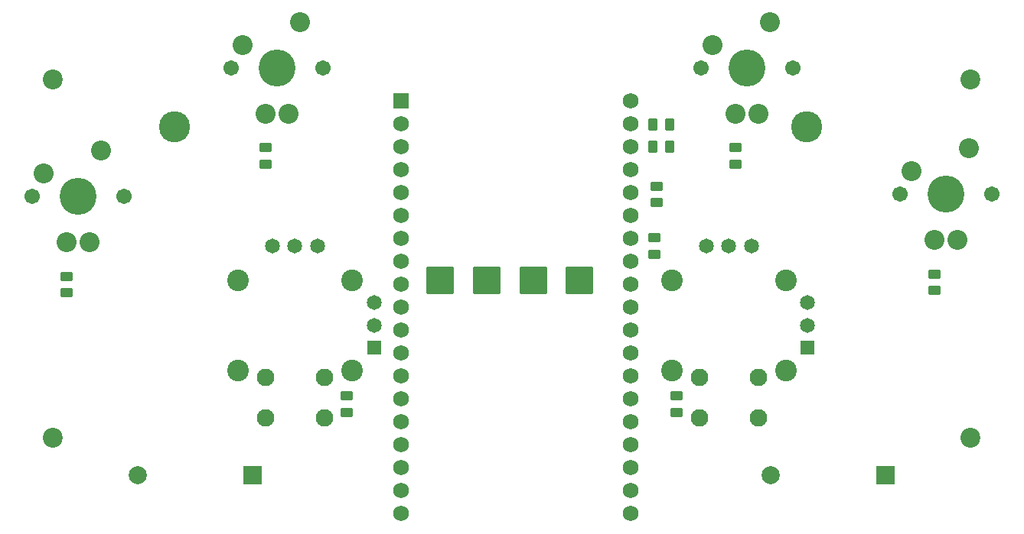
<source format=gts>
%TF.GenerationSoftware,KiCad,Pcbnew,8.0.4*%
%TF.CreationDate,2024-09-15T13:25:14+10:00*%
%TF.ProjectId,SBRcontroller,53425263-6f6e-4747-926f-6c6c65722e6b,rev?*%
%TF.SameCoordinates,PX3d09000PY568bc30*%
%TF.FileFunction,Soldermask,Top*%
%TF.FilePolarity,Negative*%
%FSLAX46Y46*%
G04 Gerber Fmt 4.6, Leading zero omitted, Abs format (unit mm)*
G04 Created by KiCad (PCBNEW 8.0.4) date 2024-09-15 13:25:14*
%MOMM*%
%LPD*%
G01*
G04 APERTURE LIST*
G04 Aperture macros list*
%AMRoundRect*
0 Rectangle with rounded corners*
0 $1 Rounding radius*
0 $2 $3 $4 $5 $6 $7 $8 $9 X,Y pos of 4 corners*
0 Add a 4 corners polygon primitive as box body*
4,1,4,$2,$3,$4,$5,$6,$7,$8,$9,$2,$3,0*
0 Add four circle primitives for the rounded corners*
1,1,$1+$1,$2,$3*
1,1,$1+$1,$4,$5*
1,1,$1+$1,$6,$7*
1,1,$1+$1,$8,$9*
0 Add four rect primitives between the rounded corners*
20,1,$1+$1,$2,$3,$4,$5,0*
20,1,$1+$1,$4,$5,$6,$7,0*
20,1,$1+$1,$6,$7,$8,$9,0*
20,1,$1+$1,$8,$9,$2,$3,0*%
G04 Aperture macros list end*
%ADD10RoundRect,0.250000X-0.450000X0.262500X-0.450000X-0.262500X0.450000X-0.262500X0.450000X0.262500X0*%
%ADD11C,1.706881*%
%ADD12C,4.089400*%
%ADD13C,2.203200*%
%ADD14C,1.950000*%
%ADD15C,2.400000*%
%ADD16R,1.650000X1.650000*%
%ADD17C,1.650000*%
%ADD18RoundRect,0.250000X0.262500X0.450000X-0.262500X0.450000X-0.262500X-0.450000X0.262500X-0.450000X0*%
%ADD19C,2.200000*%
%ADD20RoundRect,0.250000X0.450000X-0.262500X0.450000X0.262500X-0.450000X0.262500X-0.450000X-0.262500X0*%
%ADD21RoundRect,0.102000X-0.765000X-0.765000X0.765000X-0.765000X0.765000X0.765000X-0.765000X0.765000X0*%
%ADD22C,1.734000*%
%ADD23RoundRect,0.249999X-1.300001X1.300001X-1.300001X-1.300001X1.300001X-1.300001X1.300001X1.300001X0*%
%ADD24C,3.450000*%
%ADD25R,2.000000X2.000000*%
%ADD26C,2.000000*%
G04 APERTURE END LIST*
D10*
%TO.C,R9*%
X60750000Y1412500D03*
X60750000Y-412500D03*
%TD*%
D11*
%TO.C,U5*%
X4920000Y10250000D03*
D12*
X10000000Y10250000D03*
D11*
X15080000Y10250000D03*
D13*
X8730000Y5170000D03*
X11270000Y5170000D03*
X6190000Y12790000D03*
X12540000Y15330000D03*
%TD*%
D14*
%TO.C,U1*%
X8750000Y-24000000D03*
X15250000Y-24000000D03*
X8750000Y-28500000D03*
X15250000Y-28500000D03*
D15*
X18325000Y-13250000D03*
X5675000Y-13250000D03*
X5675000Y-23250000D03*
X18325000Y-23250000D03*
D16*
X20730000Y-20750000D03*
D17*
X20730000Y-18250000D03*
X20730000Y-15750000D03*
X14500000Y-9520000D03*
X12000000Y-9520000D03*
X9500000Y-9520000D03*
%TD*%
D14*
%TO.C,U11*%
X56750000Y-24000000D03*
X63250000Y-24000000D03*
X56750000Y-28500000D03*
X63250000Y-28500000D03*
D15*
X66325000Y-13250000D03*
X53675000Y-13250000D03*
X53675000Y-23250000D03*
X66325000Y-23250000D03*
D16*
X68730000Y-20750000D03*
D17*
X68730000Y-18250000D03*
X68730000Y-15750000D03*
X62500000Y-9520000D03*
X60000000Y-9520000D03*
X57500000Y-9520000D03*
%TD*%
D10*
%TO.C,R2*%
X82750000Y-12587500D03*
X82750000Y-14412500D03*
%TD*%
D18*
%TO.C,R5*%
X53412500Y4000000D03*
X51587500Y4000000D03*
%TD*%
D19*
%TO.C,H4*%
X86750000Y-30750000D03*
%TD*%
D10*
%TO.C,R1*%
X-13250000Y-12837500D03*
X-13250000Y-14662500D03*
%TD*%
D19*
%TO.C,H2*%
X-14750000Y-30750000D03*
%TD*%
D10*
%TO.C,R6*%
X52000000Y-2837500D03*
X52000000Y-4662500D03*
%TD*%
D11*
%TO.C,U3*%
X-17080000Y-4000000D03*
D12*
X-12000000Y-4000000D03*
D11*
X-6920000Y-4000000D03*
D13*
X-13270000Y-9080000D03*
X-10730000Y-9080000D03*
X-15810000Y-1460000D03*
X-9460000Y1080000D03*
%TD*%
D10*
%TO.C,R8*%
X51750000Y-8587500D03*
X51750000Y-10412500D03*
%TD*%
D20*
%TO.C,R14*%
X54250000Y-27912500D03*
X54250000Y-26087500D03*
%TD*%
D21*
%TO.C,U7*%
X23750000Y6600000D03*
D22*
X23750000Y4060000D03*
X23750000Y1520000D03*
X23750000Y-1020000D03*
X23750000Y-3560000D03*
X23750000Y-6100000D03*
X23750000Y-8640000D03*
X23750000Y-11180000D03*
X23750000Y-13720000D03*
X23750000Y-16260000D03*
X23750000Y-18800000D03*
X23750000Y-21340000D03*
X23750000Y-23880000D03*
X23750000Y-26420000D03*
X23750000Y-28960000D03*
X23750000Y-31500000D03*
X23750000Y-34040000D03*
X23750000Y-36580000D03*
X23750000Y-39120000D03*
X49150000Y-39120000D03*
X49150000Y-36580000D03*
X49150000Y-34040000D03*
X49150000Y-31500000D03*
X49150000Y-28960000D03*
X49150000Y-26420000D03*
X49150000Y-23880000D03*
X49150000Y-21340000D03*
X49150000Y-18800000D03*
X49150000Y-16260000D03*
X49150000Y-13720000D03*
X49150000Y-11180000D03*
X49150000Y-8640000D03*
X49150000Y-6100000D03*
X49150000Y-3560000D03*
X49150000Y-1020000D03*
X49150000Y1520000D03*
X49150000Y4060000D03*
X49150000Y6600000D03*
%TD*%
D10*
%TO.C,R4*%
X8750000Y1412500D03*
X8750000Y-412500D03*
%TD*%
D20*
%TO.C,R13*%
X17750000Y-27912500D03*
X17750000Y-26087500D03*
%TD*%
D18*
%TO.C,R3*%
X53412500Y1500000D03*
X51587500Y1500000D03*
%TD*%
D11*
%TO.C,U4*%
X78920000Y-3750000D03*
D12*
X84000000Y-3750000D03*
D11*
X89080000Y-3750000D03*
D13*
X82730000Y-8830000D03*
X85270000Y-8830000D03*
X80190000Y-1210000D03*
X86540000Y1330000D03*
%TD*%
D11*
%TO.C,U2*%
X56920000Y10250000D03*
D12*
X62000000Y10250000D03*
D11*
X67080000Y10250000D03*
D13*
X60730000Y5170000D03*
X63270000Y5170000D03*
X58190000Y12790000D03*
X64540000Y15330000D03*
%TD*%
D19*
%TO.C,H1*%
X-14750000Y9000000D03*
%TD*%
%TO.C,H3*%
X86750000Y9000000D03*
%TD*%
D23*
%TO.C,J4*%
X33200000Y-13250000D03*
%TD*%
%TO.C,J3*%
X38350000Y-13250000D03*
%TD*%
%TO.C,J5*%
X28050000Y-13250000D03*
%TD*%
D24*
%TO.C,BT2*%
X-1350000Y3710000D03*
D25*
X7350000Y-34900000D03*
D26*
X-5350000Y-34900000D03*
%TD*%
D24*
%TO.C,BT1*%
X68650000Y3710000D03*
D25*
X77350000Y-34900000D03*
D26*
X64650000Y-34900000D03*
%TD*%
D23*
%TO.C,J2*%
X43500000Y-13250000D03*
%TD*%
M02*

</source>
